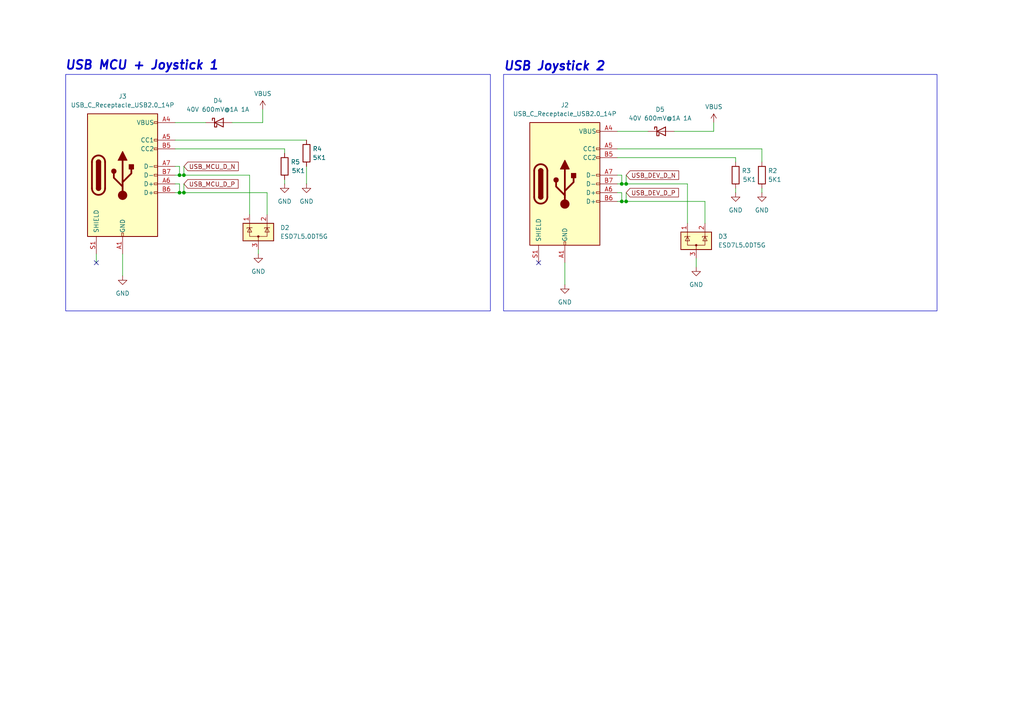
<source format=kicad_sch>
(kicad_sch (version 20231120) (generator "eeschema") (generator_version "8.0")
  (paper "A4")
  (lib_symbols
    (symbol "Connector:USB_C_Receptacle_USB2.0_14P" (pin_names (offset 1.016))
      (property "Reference" "J" (at 0 22.225 0))
      (property "Value" "USB_C_Receptacle_USB2.0_14P" (at 0 19.685 0))
      (symbol "USB_C_Receptacle_USB2.0_14P_0_0"
        (rectangle (start -0.254 -17.78) (end 0.254 -16.764))
        (rectangle (start 10.16 -4.826) (end 9.144 -5.334))
        (rectangle (start 10.16 -2.286) (end 9.144 -2.794))
        (rectangle (start 10.16 0.254) (end 9.144 -0.254))
        (rectangle (start 10.16 2.794) (end 9.144 2.286))
        (rectangle (start 10.16 7.874) (end 9.144 7.366))
        (rectangle (start 10.16 10.414) (end 9.144 9.906))
        (rectangle (start 10.16 15.494) (end 9.144 14.986))
      )
      (symbol "USB_C_Receptacle_USB2.0_14P_0_1"
        (rectangle (start -10.16 17.78) (end 10.16 -17.78) (stroke (width 0.254)) (fill (type background)))
        (arc (start -8.89 -3.81) (mid -6.985 -5.7067) (end -5.08 -3.81) (stroke (width 0.508)))
        (arc (start -7.62 -3.81) (mid -6.985 -4.4423) (end -6.35 -3.81) (stroke (width 0.254)))
        (arc (start -7.62 -3.81) (mid -6.985 -4.4423) (end -6.35 -3.81) (stroke (width 0.254)) (fill (type outline)))
        (rectangle (start -7.62 -3.81) (end -6.35 3.81) (stroke (width 0.254)) (fill (type outline)))
        (arc (start -6.35 3.81) (mid -6.985 4.4423) (end -7.62 3.81) (stroke (width 0.254)))
        (arc (start -6.35 3.81) (mid -6.985 4.4423) (end -7.62 3.81) (stroke (width 0.254)) (fill (type outline)))
        (arc (start -5.08 3.81) (mid -6.985 5.7067) (end -8.89 3.81) (stroke (width 0.508)))
        (circle (center -2.54 1.143) (radius 0.635) (stroke (width 0.254)) (fill (type outline)))
        (circle (center 0 -5.842) (radius 1.27) (fill (type outline)))
        (polyline (pts (xy -8.89 -3.81) (xy -8.89 3.81)) (stroke (width 0.508)))
        (polyline (pts (xy -5.08 3.81) (xy -5.08 -3.81)) (stroke (width 0.508)))
        (polyline (pts (xy 0 -5.842) (xy 0 4.318)) (stroke (width 0.508)))
        (polyline (pts (xy 0 -3.302) (xy -2.54 -0.762) (xy -2.54 0.508)) (stroke (width 0.508)))
        (polyline (pts (xy 0 -2.032) (xy 2.54 0.508) (xy 2.54 1.778)) (stroke (width 0.508)))
        (polyline (pts (xy -1.27 4.318) (xy 0 6.858) (xy 1.27 4.318) (xy -1.27 4.318)) (stroke (width 0.254)) (fill (type outline)))
        (rectangle (start 1.905 1.778) (end 3.175 3.048) (stroke (width 0.254)) (fill (type outline)))
      )
      (symbol "USB_C_Receptacle_USB2.0_14P_1_1"
        (pin passive line (at 0 -22.86 90) (length 5.08) (name "GND") (number "A1"))
        (pin passive line (at 0 -22.86 90) (length 5.08) hide (name "GND") (number "A12"))
        (pin passive line (at 15.24 15.24 180) (length 5.08) (name "VBUS") (number "A4"))
        (pin bidirectional line (at 15.24 10.16 180) (length 5.08) (name "CC1") (number "A5"))
        (pin bidirectional line (at 15.24 -2.54 180) (length 5.08) (name "D+") (number "A6"))
        (pin bidirectional line (at 15.24 2.54 180) (length 5.08) (name "D-") (number "A7"))
        (pin passive line (at 15.24 15.24 180) (length 5.08) hide (name "VBUS") (number "A9"))
        (pin passive line (at 0 -22.86 90) (length 5.08) hide (name "GND") (number "B1"))
        (pin passive line (at 0 -22.86 90) (length 5.08) hide (name "GND") (number "B12"))
        (pin passive line (at 15.24 15.24 180) (length 5.08) hide (name "VBUS") (number "B4"))
        (pin bidirectional line (at 15.24 7.62 180) (length 5.08) (name "CC2") (number "B5"))
        (pin bidirectional line (at 15.24 -5.08 180) (length 5.08) (name "D+") (number "B6"))
        (pin bidirectional line (at 15.24 0 180) (length 5.08) (name "D-") (number "B7"))
        (pin passive line (at 15.24 15.24 180) (length 5.08) hide (name "VBUS") (number "B9"))
        (pin passive line (at -7.62 -22.86 90) (length 5.08) (name "SHIELD") (number "S1"))
      )
    )
    (symbol "Device:D_Schottky" (pin_numbers hide) (pin_names (offset 1.016) hide)
      (property "Reference" "D" (at 0 2.54 0))
      (property "Value" "D_Schottky" (at 0 -2.54 0))
      (symbol "D_Schottky_0_1"
        (polyline (pts (xy 1.27 0) (xy -1.27 0)))
        (polyline (pts (xy 1.27 1.27) (xy 1.27 -1.27) (xy -1.27 0) (xy 1.27 1.27)) (stroke (width 0.254)))
        (polyline (pts (xy -1.905 0.635) (xy -1.905 1.27) (xy -1.27 1.27) (xy -1.27 -1.27) (xy -0.635 -1.27) (xy -0.635 -0.635)) (stroke (width 0.254)))
      )
      (symbol "D_Schottky_1_1"
        (pin passive line (at -3.81 0 0) (length 2.54) (name "K") (number "1"))
        (pin passive line (at 3.81 0 180) (length 2.54) (name "A") (number "2"))
      )
    )
    (symbol "Device:R" (pin_numbers hide) (pin_names (offset 0))
      (property "Reference" "R" (at 2.032 0 90))
      (property "Value" "R" (at 0 0 90))
      (symbol "R_0_1"
        (rectangle (start -1.016 -2.54) (end 1.016 2.54) (stroke (width 0.254)))
      )
      (symbol "R_1_1"
        (pin passive line (at 0 3.81 270) (length 1.27) (name "~") (number "1"))
        (pin passive line (at 0 -3.81 90) (length 1.27) (name "~") (number "2"))
      )
    )
    (symbol "Power_Protection:ESDA5V3L" (pin_names hide)
      (property "Reference" "D" (at 5.715 2.54 0))
      (property "Value" "ESDA5V3L" (at 5.715 0.635 0))
      (symbol "ESDA5V3L_0_0"
        (pin passive line (at 0 -5.08 90) (length 2.54) (name "A") (number "3"))
      )
      (symbol "ESDA5V3L_0_1"
        (rectangle (start -4.445 2.54) (end 4.445 -2.54) (stroke (width 0.254)) (fill (type background)))
        (circle (center 0 -1.27) (radius 0.254) (fill (type outline)))
        (polyline (pts (xy -2.54 2.54) (xy -2.54 1.27)))
        (polyline (pts (xy 0 -1.27) (xy 0 -2.54)))
        (polyline (pts (xy 2.54 2.54) (xy 2.54 1.27)))
        (polyline (pts (xy -3.302 1.016) (xy -3.302 1.27) (xy -1.905 1.27) (xy -1.778 1.27)))
        (polyline (pts (xy -2.54 1.27) (xy -2.54 -1.27) (xy 2.54 -1.27) (xy 2.54 1.27)))
        (polyline (pts (xy -2.54 1.27) (xy -1.905 0) (xy -3.175 0) (xy -2.54 1.27)))
        (polyline (pts (xy 1.778 1.016) (xy 1.778 1.27) (xy 3.175 1.27) (xy 3.302 1.27)))
        (polyline (pts (xy 2.54 1.27) (xy 1.905 0) (xy 3.175 0) (xy 2.54 1.27)))
      )
      (symbol "ESDA5V3L_1_1"
        (pin passive line (at -2.54 5.08 270) (length 2.54) (name "K") (number "1"))
        (pin passive line (at 2.54 5.08 270) (length 2.54) (name "K") (number "2"))
      )
    )
    (symbol "power:GND" (power) (pin_numbers hide) (pin_names (offset 0) hide)
      (property "Value" "GND" (at 0 -3.81 0))
      (symbol "GND_0_1"
        (polyline (pts (xy 0 0) (xy 0 -1.27) (xy 1.27 -1.27) (xy 0 -2.54) (xy -1.27 -1.27) (xy 0 -1.27)))
      )
      (symbol "GND_1_1"
        (pin power_in line (at 0 0 270) (length 0) (name "~") (number "1"))
      )
    )
    (symbol "power:VCC" (power) (pin_numbers hide) (pin_names (offset 0) hide)
      (property "Value" "VCC" (at 0 3.556 0))
      (symbol "VCC_0_1"
        (polyline (pts (xy -0.762 1.27) (xy 0 2.54)))
        (polyline (pts (xy 0 0) (xy 0 2.54)))
        (polyline (pts (xy 0 2.54) (xy 0.762 1.27)))
      )
      (symbol "VCC_1_1"
        (pin power_in line (at 0 0 90) (length 0) (name "~") (number "1"))
      )
    )
  )
  (junction (at 52.07 50.8))
  (junction (at 180.34 58.42))
  (junction (at 181.61 58.42))
  (junction (at 181.61 53.34))
  (junction (at 52.07 55.88))
  (junction (at 53.34 50.8))
  (junction (at 180.34 53.34))
  (junction (at 53.34 55.88))
  (no_connect (at 27.94 76.2))
  (no_connect (at 156.21 76.2))
  (wire (pts (xy 88.9 48.26) (xy 88.9 53.34)))
  (wire (pts (xy 50.8 40.64) (xy 88.9 40.64)))
  (wire (pts (xy 52.07 55.88) (xy 53.34 55.88)))
  (wire (pts (xy 52.07 53.34) (xy 52.07 55.88)))
  (wire (pts (xy 180.34 50.8) (xy 180.34 53.34)))
  (wire (pts (xy 179.07 45.72) (xy 213.36 45.72)))
  (wire (pts (xy 201.93 74.93) (xy 201.93 77.47)))
  (wire (pts (xy 220.98 43.18) (xy 220.98 46.99)))
  (wire (pts (xy 180.34 53.34) (xy 181.61 53.34)))
  (wire (pts (xy 179.07 55.88) (xy 180.34 55.88)))
  (wire (pts (xy 53.34 55.88) (xy 77.47 55.88)))
  (wire (pts (xy 213.36 54.61) (xy 213.36 55.88)))
  (wire (pts (xy 199.39 53.34) (xy 181.61 53.34)))
  (wire (pts (xy 204.47 58.42) (xy 181.61 58.42)))
  (wire (pts (xy 52.07 50.8) (xy 53.34 50.8)))
  (wire (pts (xy 53.34 53.34) (xy 53.34 55.88)))
  (wire (pts (xy 180.34 55.88) (xy 180.34 58.42)))
  (wire (pts (xy 76.2 31.75) (xy 76.2 35.56)))
  (wire (pts (xy 180.34 53.34) (xy 179.07 53.34)))
  (wire (pts (xy 220.98 54.61) (xy 220.98 55.88)))
  (wire (pts (xy 180.34 50.8) (xy 179.07 50.8)))
  (wire (pts (xy 181.61 55.88) (xy 181.61 58.42)))
  (wire (pts (xy 53.34 50.8) (xy 72.39 50.8)))
  (wire (pts (xy 52.07 48.26) (xy 50.8 48.26)))
  (wire (pts (xy 180.34 58.42) (xy 179.07 58.42)))
  (wire (pts (xy 181.61 50.8) (xy 181.61 53.34)))
  (wire (pts (xy 204.47 64.77) (xy 204.47 58.42)))
  (wire (pts (xy 76.2 35.56) (xy 67.31 35.56)))
  (wire (pts (xy 207.01 35.56) (xy 207.01 38.1)))
  (wire (pts (xy 180.34 58.42) (xy 181.61 58.42)))
  (wire (pts (xy 52.07 55.88) (xy 50.8 55.88)))
  (wire (pts (xy 74.93 72.39) (xy 74.93 73.66)))
  (wire (pts (xy 35.56 73.66) (xy 35.56 80.01)))
  (wire (pts (xy 50.8 43.18) (xy 82.55 43.18)))
  (wire (pts (xy 179.07 38.1) (xy 187.96 38.1)))
  (wire (pts (xy 53.34 48.26) (xy 53.34 50.8)))
  (wire (pts (xy 27.94 73.66) (xy 27.94 76.2)))
  (wire (pts (xy 72.39 50.8) (xy 72.39 62.23)))
  (wire (pts (xy 82.55 43.18) (xy 82.55 44.45)))
  (wire (pts (xy 82.55 52.07) (xy 82.55 53.34)))
  (wire (pts (xy 195.58 38.1) (xy 207.01 38.1)))
  (wire (pts (xy 213.36 45.72) (xy 213.36 46.99)))
  (wire (pts (xy 199.39 53.34) (xy 199.39 64.77)))
  (wire (pts (xy 52.07 50.8) (xy 50.8 50.8)))
  (wire (pts (xy 50.8 53.34) (xy 52.07 53.34)))
  (wire (pts (xy 52.07 48.26) (xy 52.07 50.8)))
  (wire (pts (xy 179.07 43.18) (xy 220.98 43.18)))
  (wire (pts (xy 77.47 62.23) (xy 77.47 55.88)))
  (wire (pts (xy 163.83 76.2) (xy 163.83 82.55)))
  (wire (pts (xy 50.8 35.56) (xy 59.69 35.56)))
  (rectangle (start 146.05 21.59) (end 271.78 90.17))
  (rectangle (start 19.05 21.59) (end 142.24 90.17))
  (text "USB MCU + Joystick 1\n" (at 41.148 19.05 0) (effects (font (size 2.54 2.54) (thickness 0.508) (bold yes) (italic yes))))
  (text "USB Joystick 2\n" (at 160.782 19.304 0) (effects (font (size 2.54 2.54) (thickness 0.508) (bold yes) (italic yes))))
  (global_label "USB_MCU_D_N" (shape input) (at 53.34 48.26 0) (property "Intersheetrefs" "${INTERSHEET_REFS}" (effects (hide yes))))
  (global_label "USB_DEV_D_P" (shape input) (at 181.61 55.88 0) (property "Intersheetrefs" "${INTERSHEET_REFS}" (effects (hide yes))))
  (global_label "USB_MCU_D_P" (shape input) (at 53.34 53.34 0) (property "Intersheetrefs" "${INTERSHEET_REFS}" (effects (hide yes))))
  (global_label "USB_DEV_D_N" (shape input) (at 181.61 50.8 0) (property "Intersheetrefs" "${INTERSHEET_REFS}" (effects (hide yes))))
  (symbol (lib_id "Device:R") (at 82.55 48.26 0) (unit 1)
    (property "Reference" "R5" (at 84.328 46.99 0) (effects (justify left)))
    (property "Value" "5K1" (at 84.582 49.53 0) (effects (justify left)))
    (property "Footprint" "Resistor_SMD:R_0402_1005Metric" (effects (hide yes)))
    (property "Description" "Resistor" (effects (hide yes)))
  )
  (symbol (lib_id "Device:R") (at 220.98 50.8 0) (unit 1)
    (property "Reference" "R2" (at 222.758 49.53 0) (effects (justify left)))
    (property "Value" "5K1" (at 222.758 52.07 0) (effects (justify left)))
    (property "Footprint" "Resistor_SMD:R_0402_1005Metric" (effects (hide yes)))
    (property "Description" "Resistor" (effects (hide yes)))
  )
  (symbol (lib_id "power:VCC") (at 207.01 35.56 0) (unit 1)
    (property "Reference" "#PWR021" (effects (hide yes)))
    (property "Value" "VBUS" (at 204.47 30.988 0) (effects (justify left)))
    (property "Description" "Power symbol creates a global label with name \"VCC\"" (effects (hide yes)))
  )
  (symbol (lib_id "power:GND") (at 220.98 55.88 0) (unit 1)
    (property "Reference" "#PWR04" (effects (hide yes)))
    (property "Value" "GND" (at 220.98 60.96 0))
    (property "Description" "Power symbol creates a global label with name \"GND\" , ground" (effects (hide yes)))
  )
  (symbol (lib_id "power:GND") (at 201.93 77.47 0) (unit 1)
    (property "Reference" "#PWR025" (effects (hide yes)))
    (property "Value" "GND" (at 201.93 82.55 0))
    (property "Description" "Power symbol creates a global label with name \"GND\" , ground" (effects (hide yes)))
  )
  (symbol (lib_id "power:VCC") (at 76.2 31.75 0) (unit 1)
    (property "Reference" "#PWR016" (effects (hide yes)))
    (property "Value" "VBUS" (at 73.66 27.178 0) (effects (justify left)))
    (property "Description" "Power symbol creates a global label with name \"VCC\"" (effects (hide yes)))
  )
  (symbol (lib_id "Power_Protection:ESDA5V3L") (at 201.93 69.85 0) (unit 1)
    (property "Reference" "D3" (at 208.28 68.5799 0) (effects (justify left)))
    (property "Value" "ESD7L5.0DT5G" (at 208.28 71.1199 0) (effects (justify left)))
    (property "Footprint" "Package_TO_SOT_SMD:SOT-723" (effects (hide yes)))
    (property "Datasheet" "https://www.st.com/resource/en/datasheet/esdal.pdf" (effects (hide yes)))
    (property "Description" "TVS Diode Array, 5.5V Standoff, 2 Channels, SOT23" (effects (hide yes)))
    (property "LCSC Part #" "C2844719" (effects (hide yes)))
  )
  (symbol (lib_id "power:GND") (at 163.83 82.55 0) (unit 1)
    (property "Reference" "#PWR03" (effects (hide yes)))
    (property "Value" "GND" (at 163.83 87.63 0))
    (property "Description" "Power symbol creates a global label with name \"GND\" , ground" (effects (hide yes)))
  )
  (symbol (lib_id "power:GND") (at 88.9 53.34 0) (unit 1)
    (property "Reference" "#PWR022" (effects (hide yes)))
    (property "Value" "GND" (at 88.9 58.42 0))
    (property "Description" "Power symbol creates a global label with name \"GND\" , ground" (effects (hide yes)))
  )
  (symbol (lib_id "power:GND") (at 74.93 73.66 0) (unit 1)
    (property "Reference" "#PWR02" (effects (hide yes)))
    (property "Value" "GND" (at 74.93 78.74 0))
    (property "Description" "Power symbol creates a global label with name \"GND\" , ground" (effects (hide yes)))
  )
  (symbol (lib_id "Device:R") (at 88.9 44.45 0) (unit 1)
    (property "Reference" "R4" (at 90.678 43.18 0) (effects (justify left)))
    (property "Value" "5K1" (at 90.678 45.72 0) (effects (justify left)))
    (property "Footprint" "Resistor_SMD:R_0402_1005Metric" (effects (hide yes)))
    (property "Description" "Resistor" (effects (hide yes)))
  )
  (symbol (lib_id "Device:R") (at 213.36 50.8 0) (unit 1)
    (property "Reference" "R3" (at 215.138 49.53 0) (effects (justify left)))
    (property "Value" "5K1" (at 215.392 52.07 0) (effects (justify left)))
    (property "Footprint" "Resistor_SMD:R_0402_1005Metric" (effects (hide yes)))
    (property "Description" "Resistor" (effects (hide yes)))
  )
  (symbol (lib_id "Power_Protection:ESDA5V3L") (at 74.93 67.31 0) (unit 1)
    (property "Reference" "D2" (at 81.28 66.0399 0) (effects (justify left)))
    (property "Value" "ESD7L5.0DT5G" (at 81.28 68.5799 0) (effects (justify left)))
    (property "Footprint" "Package_TO_SOT_SMD:SOT-723" (effects (hide yes)))
    (property "Datasheet" "https://www.st.com/resource/en/datasheet/esdal.pdf" (effects (hide yes)))
    (property "Description" "TVS Diode Array, 5.5V Standoff, 2 Channels, SOT23" (effects (hide yes)))
    (property "LCSC Part #" "C2844719" (effects (hide yes)))
  )
  (symbol (lib_id "Device:D_Schottky") (at 63.5 35.56 0) (unit 1)
    (property "Reference" "D4" (at 63.1825 29.21 0))
    (property "Value" "40V 600mV@1A 1A" (at 63.1825 31.75 0))
    (property "Footprint" "Diode_SMD:D_SOD-323" (effects (hide yes)))
    (property "Description" "Schottky diode" (effects (hide yes)))
    (property "LCSC Part #" "C191023" (effects (hide yes)))
  )
  (symbol (lib_id "power:GND") (at 213.36 55.88 0) (unit 1)
    (property "Reference" "#PWR05" (effects (hide yes)))
    (property "Value" "GND" (at 213.36 60.96 0))
    (property "Description" "Power symbol creates a global label with name \"GND\" , ground" (effects (hide yes)))
  )
  (symbol (lib_id "power:GND") (at 35.56 80.01 0) (unit 1)
    (property "Reference" "#PWR01" (effects (hide yes)))
    (property "Value" "GND" (at 35.56 85.09 0))
    (property "Description" "Power symbol creates a global label with name \"GND\" , ground" (effects (hide yes)))
  )
  (symbol (lib_id "Device:D_Schottky") (at 191.77 38.1 0) (unit 1)
    (property "Reference" "D5" (at 191.4525 31.75 0))
    (property "Value" "40V 600mV@1A 1A" (at 191.4525 34.29 0))
    (property "Footprint" "Diode_SMD:D_SOD-323" (effects (hide yes)))
    (property "Description" "Schottky diode" (effects (hide yes)))
    (property "LCSC Part #" "C191023" (effects (hide yes)))
  )
  (symbol (lib_id "Connector:USB_C_Receptacle_USB2.0_14P") (at 163.83 53.34 0) (unit 1)
    (property "Reference" "J2" (at 163.83 30.48 0))
    (property "Value" "USB_C_Receptacle_USB2.0_14P" (at 163.83 33.02 0))
    (property "Footprint" "Connector_USB:USB_C_Receptacle_GCT_USB4105-xx-A_16P_TopMnt_Horizontal" (effects (hide yes)))
    (property "Datasheet" "https://www.usb.org/sites/default/files/documents/usb_type-c.zip" (effects (hide yes)))
    (property "Description" "USB 2.0-only 14P Type-C Receptacle connector" (effects (hide yes)))
    (property "LCSC Part #" "C393939" (effects (hide yes)))
  )
  (symbol (lib_id "Connector:USB_C_Receptacle_USB2.0_14P") (at 35.56 50.8 0) (unit 1)
    (property "Reference" "J3" (at 35.56 27.94 0))
    (property "Value" "USB_C_Receptacle_USB2.0_14P" (at 35.56 30.48 0))
    (property "Footprint" "Connector_USB:USB_C_Receptacle_GCT_USB4105-xx-A_16P_TopMnt_Horizontal" (effects (hide yes)))
    (property "Datasheet" "https://www.usb.org/sites/default/files/documents/usb_type-c.zip" (effects (hide yes)))
    (property "Description" "USB 2.0-only 14P Type-C Receptacle connector" (effects (hide yes)))
    (property "LCSC Part #" "C393939" (effects (hide yes)))
  )
  (symbol (lib_id "power:GND") (at 82.55 53.34 0) (unit 1)
    (property "Reference" "#PWR020" (effects (hide yes)))
    (property "Value" "GND" (at 82.55 58.42 0))
    (property "Description" "Power symbol creates a global label with name \"GND\" , ground" (effects (hide yes)))
  )
)
</source>
